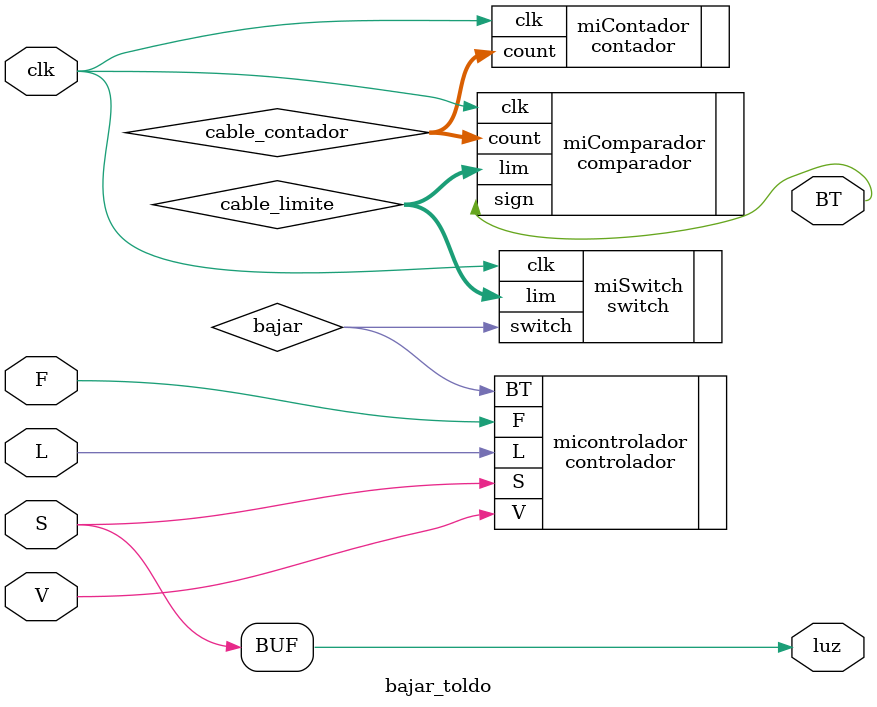
<source format=v>
module bajar_toldo (
	input clk,
	//input switch,
	input V,
	input S,
	input F,
	input L,
	output BT,
	output luz
);

wire [19:0] cable_limite;
wire [19:0] cable_contador;
wire bajar;

assign luz = S;


controlador micontrolador(

	//.switch(switch),
	.V(V),
	.S(S),
	.F(F),
	.L(L),
	.BT(bajar)


);

/*
luz miluz(
	.S(S),
	.luz(luz)

);

*/

switch miSwitch(

	.clk(clk),
	.switch(bajar),
	.lim(cable_limite)

);

contador miContador(

	.clk(clk),
	.count(cable_contador)

);


comparador miComparador(

	.clk(clk),
	.count(cable_contador),
	.lim(cable_limite),
	.sign(BT)

);



endmodule
</source>
